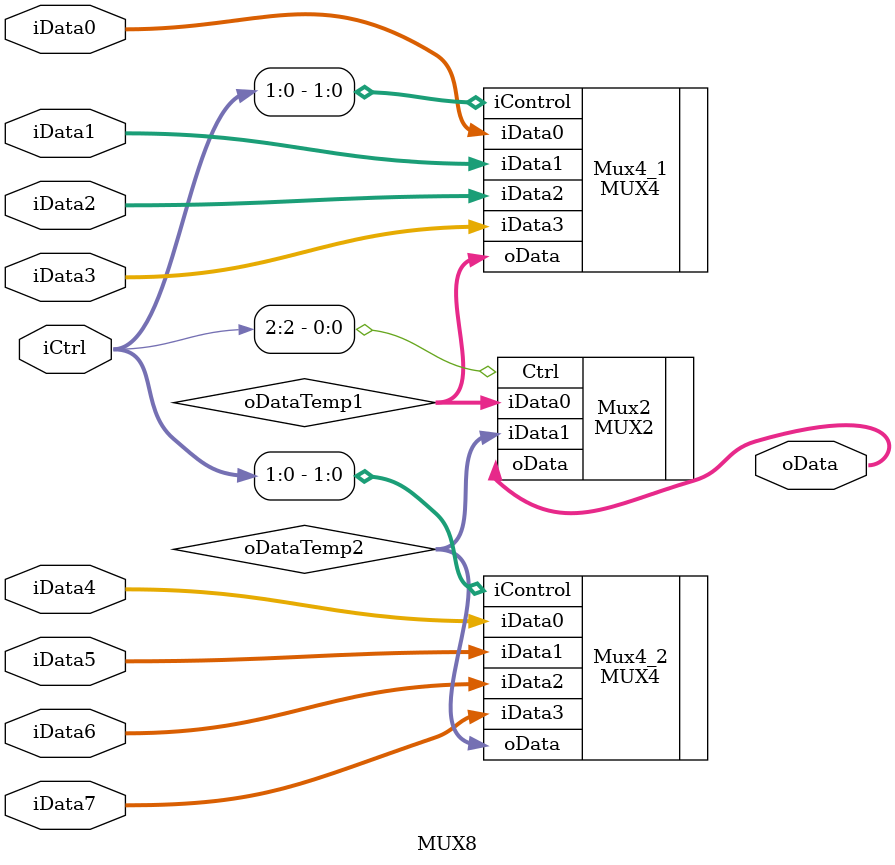
<source format=v>
`timescale 1ns / 1ps

module MUX8(
	input [31:0] iData0,
	input [31:0] iData1,
	input [31:0] iData2,
	input [31:0] iData3,
	input [31:0] iData4,
	input [31:0] iData5,
	input [31:0] iData6,
	input [31:0] iData7,
	input [2:0] iCtrl,
	output [31:0] oData
	);

wire [31:0] oDataTemp1, oDataTemp2;

MUX4 Mux4_1(
	.iData0(iData0),
	.iData1(iData1),
	.iData2(iData2),
	.iData3(iData3),
	.iControl(iCtrl[1:0]),
	.oData(oDataTemp1)
	);

MUX4 Mux4_2(
	.iData0(iData4),
	.iData1(iData5),
	.iData2(iData6),
	.iData3(iData7),
	.iControl(iCtrl[1:0]),
	.oData(oDataTemp2)
	);

MUX2 Mux2(
	.iData0(oDataTemp1),
	.iData1(oDataTemp2),
	.Ctrl(iCtrl[2]),
	.oData(oData)
	);

endmodule
</source>
